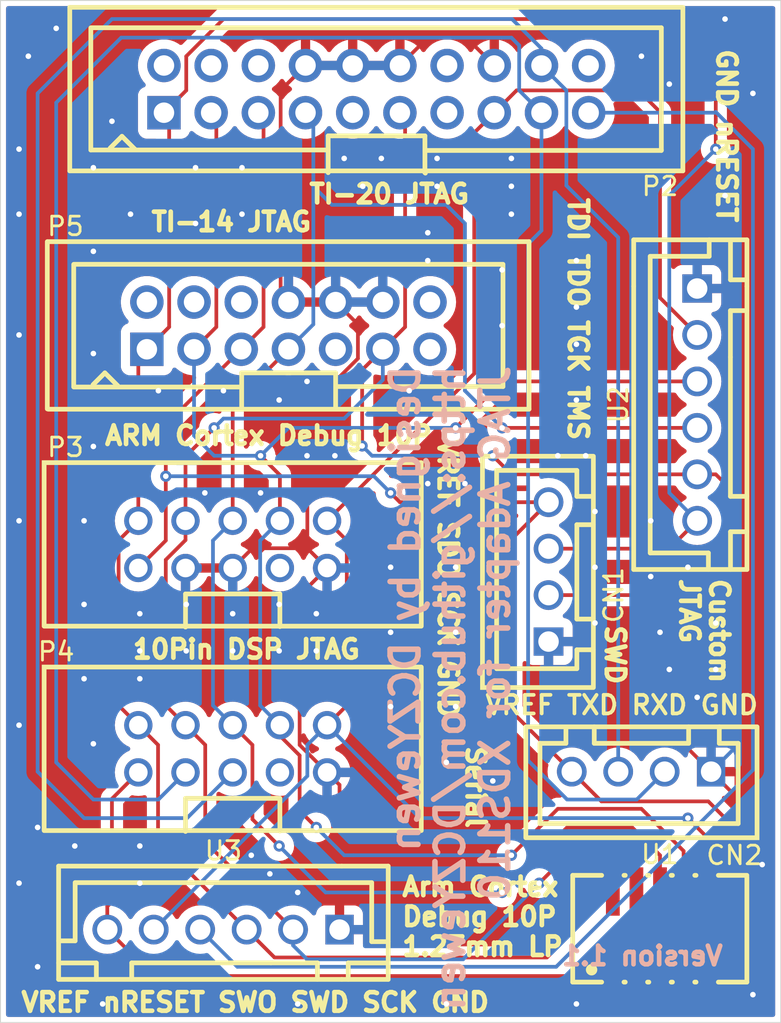
<source format=kicad_pcb>
(kicad_pcb (version 20240108) (generator "pcbnew") (generator_version "8.0")
  (layers (0 "F.Cu" signal) (31 "B.Cu" signal) (34 "B.Paste" user) (35 "F.Paste" user) (36 "B.SilkS" user "B.Silkscreen") (37 "F.SilkS" user "F.Silkscreen") (38 "B.Mask" user) (39 "F.Mask" user) (44 "Edge.Cuts" user))
  (net 0 "")
  (net 1 "VDD")
  (net 2 "/TCK")
  (net 3 "/TMS")
  (net 4 "GND")
  (net 5 "/RXD")
  (net 6 "/TXD")
  (net 7 "/TDI")
  (net 8 "/SWO")
  (net 9 "/TDO")
  (net 12 "/NRESET")
  (footprint "ProLibrary_pcs_2024-08-24-1:IDC-TH_14P-P2.54-V-R2-C7-S2.54" (layer "F.Cu") (at 31 32.5)
    (property "Reference" "P5" (at -12 -5.348 0) (layer "F.SilkS"))
    (property "Value" "~")
    (pad "1" thru_hole rect (at -7.62 1.27) (size 1.8 1.8) (drill 1.1) (layers "*.Cu" "*.Mask") (net 3 "/TMS"))
    (pad "2" thru_hole circle (at -7.62 -1.27) (size 1.8 1.8) (drill 1.1) (layers "*.Cu" "*.Mask"))
    (pad "3" thru_hole circle (at -5.08 1.27) (size 1.8 1.8) (drill 1.1) (layers "*.Cu" "*.Mask") (net 7 "/TDI"))
    (pad "4" thru_hole circle (at -5.08 -1.27) (size 1.8 1.8) (drill 1.1) (layers "*.Cu" "*.Mask"))
    (pad "5" thru_hole circle (at -2.54 1.27) (size 1.8 1.8) (drill 1.1) (layers "*.Cu" "*.Mask") (net 1 "VDD"))
    (pad "6" thru_hole circle (at -2.54 -1.27) (size 1.8 1.8) (drill 1.1) (layers "*.Cu" "*.Mask"))
    (pad "7" thru_hole circle (at 0 1.27) (size 1.8 1.8) (drill 1.1) (layers "*.Cu" "*.Mask") (net 9 "/TDO"))
    (pad "8" thru_hole circle (at 0 -1.27) (size 1.8 1.8) (drill 1.1) (layers "*.Cu" "*.Mask") (net 4 "GND"))
    (pad "9" thru_hole circle (at 2.54 1.27) (size 1.8 1.8) (drill 1.1) (layers "*.Cu" "*.Mask"))
    (pad "10" thru_hole circle (at 2.54 -1.27) (size 1.8 1.8) (drill 1.1) (layers "*.Cu" "*.Mask") (net 4 "GND"))
    (pad "11" thru_hole circle (at 5.08 1.27) (size 1.8 1.8) (drill 1.1) (layers "*.Cu" "*.Mask") (net 2 "/TCK"))
    (pad "12" thru_hole circle (at 5.08 -1.27) (size 1.8 1.8) (drill 1.1) (layers "*.Cu" "*.Mask") (net 4 "GND"))
    (pad "13" thru_hole circle (at 7.62 1.27) (size 1.8 1.8) (drill 1.1) (layers "*.Cu" "*.Mask"))
    (pad "14" thru_hole circle (at 7.62 -1.27) (size 1.8 1.8) (drill 1.1) (layers "*.Cu" "*.Mask"))
  )
  (footprint "ProLibrary_pcs_2024-08-24:IDC-TH_10P-P2.54_C5665" (layer "F.Cu") (at 28 55.27)
    (property "Reference" "P4" (at -9.5 -5.227 0) (layer "F.SilkS"))
    (property "Value" "~")
    (pad "1" thru_hole circle (at -5.08 1.27) (size 1.524 1.524) (drill 1) (layers "*.Cu" "*.Mask") (net 1 "VDD"))
    (pad "2" thru_hole circle (at -5.08 -1.27) (size 1.524 1.524) (drill 1) (layers "*.Cu" "*.Mask") (net 3 "/TMS"))
    (pad "3" thru_hole circle (at -2.54 1.27) (size 1.524 1.524) (drill 1) (layers "*.Cu" "*.Mask") (net 5 "/RXD"))
    (pad "4" thru_hole circle (at -2.54 -1.27) (size 1.524 1.524) (drill 1) (layers "*.Cu" "*.Mask") (net 2 "/TCK"))
    (pad "5" thru_hole circle (at 0 1.27) (size 1.524 1.524) (drill 1) (layers "*.Cu" "*.Mask") (net 6 "/TXD"))
    (pad "6" thru_hole circle (at 0 -1.27) (size 1.524 1.524) (drill 1) (layers "*.Cu" "*.Mask") (net 9 "/TDO"))
    (pad "7" thru_hole circle (at 2.54 1.27) (size 1.524 1.524) (drill 1) (layers "*.Cu" "*.Mask"))
    (pad "8" thru_hole circle (at 2.54 -1.27) (size 1.524 1.524) (drill 1) (layers "*.Cu" "*.Mask") (net 7 "/TDI"))
    (pad "9" thru_hole circle (at 5.08 1.27) (size 1.524 1.524) (drill 1) (layers "*.Cu" "*.Mask") (net 4 "GND"))
    (pad "10" thru_hole circle (at 5.08 -1.27) (size 1.524 1.524) (drill 1) (layers "*.Cu" "*.Mask") (net 12 "/NRESET"))
  )
  (footprint "ProLibrary_pcs_2024-08-23-1:CONN-TH_4P-P2.50_4PIN" (layer "F.Cu") (at 45 45.75 90)
    (property "Reference" "CN1" (at -1.25 3.5 90) (layer "F.SilkS"))
    (property "Value" "~")
    (pad "1" thru_hole rect (at -3.75 0 90) (size 1.524 1.6) (drill 1.1) (layers "*.Cu" "*.Mask") (net 4 "GND"))
    (pad "2" thru_hole circle (at -1.25 0 90) (size 1.6 1.6) (drill 1.1) (layers "*.Cu" "*.Mask") (net 2 "/TCK"))
    (pad "3" thru_hole circle (at 1.25 0 90) (size 1.6 1.6) (drill 1.1) (layers "*.Cu" "*.Mask") (net 3 "/TMS"))
    (pad "4" thru_hole circle (at 3.75 0 90) (size 1.6 1.6) (drill 1.1) (layers "*.Cu" "*.Mask") (net 1 "VDD"))
  )
  (footprint "ProLibrary_pcs_2024-08-24:IDC-TH_10P-P2.54_C5665" (layer "F.Cu") (at 28 44.27)
    (property "Reference" "P3" (at -9 -5.227 0) (layer "F.SilkS"))
    (property "Value" "~")
    (pad "1" thru_hole circle (at -5.08 1.27) (size 1.524 1.524) (drill 1) (layers "*.Cu" "*.Mask") (net 1 "VDD"))
    (pad "2" thru_hole circle (at -5.08 -1.27) (size 1.524 1.524) (drill 1) (layers "*.Cu" "*.Mask") (net 3 "/TMS"))
    (pad "3" thru_hole circle (at -2.54 1.27) (size 1.524 1.524) (drill 1) (layers "*.Cu" "*.Mask") (net 4 "GND"))
    (pad "4" thru_hole circle (at -2.54 -1.27) (size 1.524 1.524) (drill 1) (layers "*.Cu" "*.Mask") (net 2 "/TCK"))
    (pad "5" thru_hole circle (at 0 1.27) (size 1.524 1.524) (drill 1) (layers "*.Cu" "*.Mask") (net 4 "GND"))
    (pad "6" thru_hole circle (at 0 -1.27) (size 1.524 1.524) (drill 1) (layers "*.Cu" "*.Mask") (net 9 "/TDO"))
    (pad "7" thru_hole circle (at 2.54 1.27) (size 1.524 1.524) (drill 1) (layers "*.Cu" "*.Mask"))
    (pad "8" thru_hole circle (at 2.54 -1.27) (size 1.524 1.524) (drill 1) (layers "*.Cu" "*.Mask") (net 7 "/TDI"))
    (pad "9" thru_hole circle (at 5.08 1.27) (size 1.524 1.524) (drill 1) (layers "*.Cu" "*.Mask") (net 4 "GND"))
    (pad "10" thru_hole circle (at 5.08 -1.27) (size 1.524 1.524) (drill 1) (layers "*.Cu" "*.Mask") (net 12 "/NRESET"))
  )
  (footprint "ProLibrary_pcs_2024-08-23-4:IDC-TH_20P-P2.54-V-R2-C10-S2.54" (layer "F.Cu") (at 35.73 19.77)
    (property "Reference" "P2" (at 15.27 5.23 0) (layer "F.SilkS"))
    (property "Value" "~")
    (pad "1" thru_hole rect (at -11.43 1.27) (size 1.8 1.8) (drill 1.1) (layers "*.Cu" "*.Mask") (net 3 "/TMS"))
    (pad "2" thru_hole circle (at -11.43 -1.27) (size 1.8 1.8) (drill 1.1) (layers "*.Cu" "*.Mask"))
    (pad "3" thru_hole circle (at -8.89 1.27) (size 1.8 1.8) (drill 1.1) (layers "*.Cu" "*.Mask") (net 7 "/TDI"))
    (pad "4" thru_hole circle (at -8.89 -1.27) (size 1.8 1.8) (drill 1.1) (layers "*.Cu" "*.Mask"))
    (pad "5" thru_hole circle (at -6.35 1.27) (size 1.8 1.8) (drill 1.1) (layers "*.Cu" "*.Mask") (net 1 "VDD"))
    (pad "6" thru_hole circle (at -6.35 -1.27) (size 1.8 1.8) (drill 1.1) (layers "*.Cu" "*.Mask"))
    (pad "7" thru_hole circle (at -3.81 1.27) (size 1.8 1.8) (drill 1.1) (layers "*.Cu" "*.Mask") (net 9 "/TDO"))
    (pad "8" thru_hole circle (at -3.81 -1.27) (size 1.8 1.8) (drill 1.1) (layers "*.Cu" "*.Mask") (net 4 "GND"))
    (pad "9" thru_hole circle (at -1.27 1.27) (size 1.8 1.8) (drill 1.1) (layers "*.Cu" "*.Mask"))
    (pad "10" thru_hole circle (at -1.27 -1.27) (size 1.8 1.8) (drill 1.1) (layers "*.Cu" "*.Mask") (net 4 "GND"))
    (pad "11" thru_hole circle (at 1.27 1.27) (size 1.8 1.8) (drill 1.1) (layers "*.Cu" "*.Mask") (net 2 "/TCK"))
    (pad "12" thru_hole circle (at 1.27 -1.27) (size 1.8 1.8) (drill 1.1) (layers "*.Cu" "*.Mask") (net 4 "GND"))
    (pad "13" thru_hole circle (at 3.81 1.27) (size 1.8 1.8) (drill 1.1) (layers "*.Cu" "*.Mask"))
    (pad "14" thru_hole circle (at 3.81 -1.27) (size 1.8 1.8) (drill 1.1) (layers "*.Cu" "*.Mask"))
    (pad "15" thru_hole circle (at 6.35 1.27) (size 1.8 1.8) (drill 1.1) (layers "*.Cu" "*.Mask") (net 12 "/NRESET"))
    (pad "16" thru_hole circle (at 6.35 -1.27) (size 1.8 1.8) (drill 1.1) (layers "*.Cu" "*.Mask") (net 4 "GND"))
    (pad "17" thru_hole circle (at 8.89 1.27) (size 1.8 1.8) (drill 1.1) (layers "*.Cu" "*.Mask") (net 5 "/RXD"))
    (pad "18" thru_hole circle (at 8.89 -1.27) (size 1.8 1.8) (drill 1.1) (layers "*.Cu" "*.Mask") (net 6 "/TXD"))
    (pad "19" thru_hole circle (at 11.43 1.27) (size 1.8 1.8) (drill 1.1) (layers "*.Cu" "*.Mask") (net 8 "/SWO"))
    (pad "20" thru_hole circle (at 11.43 -1.27) (size 1.8 1.8) (drill 1.1) (layers "*.Cu" "*.Mask"))
  )
  (footprint "ProLibrary_pcs_2024-08-23-1:CONN-TH_4P-P2.50_4PIN" (layer "F.Cu") (at 50 56.5 180)
    (property "Reference" "CN2" (at -5 -4.5 0) (layer "F.SilkS"))
    (property "Value" "~")
    (pad "1" thru_hole rect (at -3.75 0 180) (size 1.524 1.6) (drill 1.1) (layers "*.Cu" "*.Mask") (net 4 "GND"))
    (pad "2" thru_hole circle (at -1.25 0 180) (size 1.6 1.6) (drill 1.1) (layers "*.Cu" "*.Mask") (net 5 "/RXD"))
    (pad "3" thru_hole circle (at 1.25 0 180) (size 1.6 1.6) (drill 1.1) (layers "*.Cu" "*.Mask") (net 6 "/TXD"))
    (pad "4" thru_hole circle (at 3.75 0 180) (size 1.6 1.6) (drill 1.1) (layers "*.Cu" "*.Mask") (net 1 "VDD"))
  )
  (footprint "ProLibrary_pcs_2024-08-23-2:CONN-TH_6P-P2.50_ZX-XH2.54-6PZZ" (layer "F.Cu") (at 53 36.7505 90)
    (property "Reference" "U2" (at 0.0005 -4.244 90) (layer "F.SilkS"))
    (property "Value" "~")
    (pad "1" thru_hole rect (at 6.2505 0 90) (size 1.524 1.6) (drill 1.1) (layers "*.Cu" "*.Mask") (net 4 "GND"))
    (pad "2" thru_hole circle (at 3.75 0 90) (size 1.6 1.6) (drill 1.1) (layers "*.Cu" "*.Mask") (net 12 "/NRESET"))
    (pad "3" thru_hole circle (at 1.2505 0 90) (size 1.6 1.6) (drill 1.1) (layers "*.Cu" "*.Mask") (net 7 "/TDI"))
    (pad "4" thru_hole circle (at -1.25 0 90) (size 1.6 1.6) (drill 1.1) (layers "*.Cu" "*.Mask") (net 9 "/TDO"))
    (pad "5" thru_hole circle (at -3.75 0 90) (size 1.6 1.6) (drill 1.1) (layers "*.Cu" "*.Mask") (net 2 "/TCK"))
    (pad "6" thru_hole circle (at -6.25 0 90) (size 1.6 1.6) (drill 1.1) (layers "*.Cu" "*.Mask") (net 3 "/TMS"))
  )
  (footprint "ProLibrary_pcs_2024-08-23:CONN-SMD_5P-P1.27_IDC1.27-US2S-5A" (layer "F.Cu") (at 51 65)
    (property "Reference" "U1" (at -0.012 -4.05 0) (layer "F.SilkS"))
    (property "Value" "~")
    (pad "1" smd rect (at -2.54 2.05) (size 0.74 2.6) (layers "F.Cu" "F.Paste" "F.Mask") (net 1 "VDD"))
    (pad "2" smd rect (at -2.54 -2.05) (size 0.74 2.6) (layers "F.Cu" "F.Paste" "F.Mask") (net 3 "/TMS"))
    (pad "3" smd rect (at -1.27 2.05) (size 0.74 2.6) (layers "F.Cu" "F.Paste" "F.Mask") (net 4 "GND"))
    (pad "4" smd rect (at -1.27 -2.05) (size 0.74 2.6) (layers "F.Cu" "F.Paste" "F.Mask") (net 2 "/TCK"))
    (pad "5" smd rect (at 0 2.05) (size 0.74 2.6) (layers "F.Cu" "F.Paste" "F.Mask") (net 4 "GND"))
    (pad "6" smd rect (at 0 -2.05) (size 0.74 2.6) (layers "F.Cu" "F.Paste" "F.Mask") (net 9 "/TDO"))
    (pad "7" smd rect (at 1.27 2.05) (size 0.74 2.6) (layers "F.Cu" "F.Paste" "F.Mask"))
    (pad "8" smd rect (at 1.27 -2.05) (size 0.74 2.6) (layers "F.Cu" "F.Paste" "F.Mask") (net 7 "/TDI"))
    (pad "9" smd rect (at 2.54 2.05) (size 0.74 2.6) (layers "F.Cu" "F.Paste" "F.Mask") (net 4 "GND"))
    (pad "10" smd rect (at 2.54 -2.05) (size 0.74 2.6) (layers "F.Cu" "F.Paste" "F.Mask") (net 12 "/NRESET"))
  )
  (footprint "ProLibrary_pcs_2024-08-23-2:CONN-TH_6P-P2.50_ZX-XH2.54-6PZZ" (layer "F.Cu") (at 27.5 65)
    (property "Reference" "U3" (at 0.0005 -4.244 0) (layer "F.SilkS"))
    (property "Value" "~")
    (pad "1" thru_hole rect (at 6.2505 0) (size 1.524 1.6) (drill 1.1) (layers "*.Cu" "*.Mask") (net 4 "GND"))
    (pad "2" thru_hole circle (at 3.75 0) (size 1.6 1.6) (drill 1.1) (layers "*.Cu" "*.Mask") (net 2 "/TCK"))
    (pad "3" thru_hole circle (at 1.2505 0) (size 1.6 1.6) (drill 1.1) (layers "*.Cu" "*.Mask") (net 3 "/TMS"))
    (pad "4" thru_hole circle (at -1.25 0) (size 1.6 1.6) (drill 1.1) (layers "*.Cu" "*.Mask") (net 8 "/SWO"))
    (pad "5" thru_hole circle (at -3.75 0) (size 1.6 1.6) (drill 1.1) (layers "*.Cu" "*.Mask") (net 12 "/NRESET"))
    (pad "6" thru_hole circle (at -6.25 0) (size 1.6 1.6) (drill 1.1) (layers "*.Cu" "*.Mask") (net 1 "VDD"))
  )
  (gr_rect (start 15.5 15) (end 57.5 70) (stroke (width 0.05)) (fill none) (layer "Edge.Cuts"))
  (gr_text "Version 1.1" (at 54.5 67 0) (layer "B.SilkS") (effects (font (size 1 1) (thickness 0.25) (bold yes)) (justify left bottom mirror)))
  (gr_text "Designed by DCZYewen\nhttps://github.com/DCZYewen\nJTAG Adapter for XDS110" (at 43 34.5 90) (layer "B.SilkS") (effects (font (size 1.5 1.5) (thickness 0.3) (bold yes)) (justify left bottom mirror)))
  (gr_text "GND nRESET" (at 54 17.5 -90) (layer "F.SilkS") (effects (font (size 1 1) (thickness 0.25) (bold yes)) (justify left bottom)))
  (gr_text "TDI TDO TCK TMS" (at 46 25.5 -90) (layer "F.SilkS") (effects (font (size 1 1) (thickness 0.25) (bold yes)) (justify left bottom)))
  (gr_text "10Pin DSP JTAG" (at 22.5 50.5 0) (layer "F.SilkS") (effects (font (size 1 1) (thickness 0.25) (bold yes)) (justify left bottom)))
  (gr_text "VREF SDO SCK GND" (at 39 38.5 -90) (layer "F.SilkS") (effects (font (size 1 1) (thickness 0.25) (bold yes)) (justify left bottom)))
  (gr_text "TI-20 JTAG" (at 32 26 0) (layer "F.SilkS") (effects (font (size 1 1) (thickness 0.25) (bold yes)) (justify left bottom)))
  (gr_text "ARM Cortex Debug 10P\n" (at 21 39 0) (layer "F.SilkS") (effects (font (size 1 1) (thickness 0.25) (bold yes)) (justify left bottom)))
  (gr_text "Serial" (at 40.5 55 -90) (layer "F.SilkS") (effects (font (size 1 1) (thickness 0.25) (bold yes)) (justify left bottom)))
  (gr_text "SWD" (at 48 48.5 270) (layer "F.SilkS") (effects (font (size 1 1) (thickness 0.25) (bold yes)) (justify left bottom)))
  (gr_text "Custom\nJTAG" (at 52 46 270) (layer "F.SilkS") (effects (font (size 1 1) (thickness 0.25) (bold yes)) (justify left bottom)))
  (gr_text "VREF nRESET SWO SWD SCK GND" (at 16.5 69.5 0) (layer "F.SilkS") (effects (font (size 1 1) (thickness 0.25) (bold yes)) (justify left bottom)))
  (gr_text "Arm Cortex\nDebug 10P\n1.27mm LP" (at 37 66.5 0) (layer "F.SilkS") (effects (font (size 1 1) (thickness 0.25) (bold yes)) (justify left bottom)))
  (gr_text "VREF TXD RXD GND" (at 41.5 53.5 0) (layer "F.SilkS") (effects (font (size 1 1) (thickness 0.2) (bold yes)) (justify left bottom)))
  (gr_text "TI-14 JTAG" (at 23.5 27.5 0) (layer "F.SilkS") (effects (font (size 1 1) (thickness 0.25) (bold yes)) (justify left bottom)))
  (segment (start 54 65) (end 49 65) (width 0.2) (layer "F.Cu") (net 1))
  (segment (start 24.398 37.832) (end 28.46 33.77) (width 0.2) (layer "F.Cu") (net 1))
  (segment (start 29.66 21.32) (end 29.66 32.57) (width 0.2) (layer "F.Cu") (net 1))
  (segment (start 45 42) (end 37 42) (width 0.2) (layer "F.Cu") (net 1))
  (segment (start 48.46 67.05) (end 48.01 67.5) (width 0.2) (layer "F.Cu") (net 1))
  (segment (start 54.5 64.5) (end 54 65) (width 0.2) (layer "F.Cu") (net 1))
  (segment (start 23.75 67.5) (end 21.25 65) (width 0.2) (layer "F.Cu") (net 1))
  (segment (start 48.46 65.54) (end 48.46 67.05) (width 0.2) (layer "F.Cu") (net 1))
  (segment (start 53.6 58.1) (end 54.5 59) (width 0.2) (layer "F.Cu") (net 1))
  (segment (start 24.398 40.602) (end 24.398 44.062) (width 0.2) (layer "F.Cu") (net 1))
  (segment (start 21.5 57.96) (end 21.5 63.5) (width 0.2) (layer "F.Cu") (net 1))
  (segment (start 24.398 44.062) (end 22.92 45.54) (width 0.2) (layer "F.Cu") (net 1))
  (segment (start 43 53.25) (end 43 44) (width 0.2) (layer "F.Cu") (net 1))
  (segment (start 24.398 40.602) (end 24.398 37.832) (width 0.2) (layer "F.Cu") (net 1))
  (segment (start 43 44) (end 45 42) (width 0.2) (layer "F.Cu") (net 1))
  (segment (start 37 42) (end 36.5 41.5) (width 0.2) (layer "F.Cu") (net 1))
  (segment (start 21.5 63.5) (end 21.25 63.75) (width 0.2) (layer "F.Cu") (net 1))
  (segment (start 48.01 67.5) (end 23.75 67.5) (width 0.2) (layer "F.Cu") (net 1))
  (segment (start 47.85 58.1) (end 53.6 58.1) (width 0.2) (layer "F.Cu") (net 1))
  (segment (start 46.25 56.5) (end 47.85 58.1) (width 0.2) (layer "F.Cu") (net 1))
  (segment (start 22.92 56.54) (end 21.5 57.96) (width 0.2) (layer "F.Cu") (net 1))
  (segment (start 46.25 56.5) (end 43 53.25) (width 0.2) (layer "F.Cu") (net 1))
  (segment (start 49 65) (end 48.46 65.54) (width 0.2) (layer "F.Cu") (net 1))
  (segment (start 54.5 59) (end 54.5 64.5) (width 0.2) (layer "F.Cu") (net 1))
  (segment (start 21.25 63.75) (end 21.25 65) (width 0.2) (layer "F.Cu") (net 1))
  (segment (start 29.38 21.04) (end 29.66 21.32) (width 0.2) (layer "F.Cu") (net 1))
  (segment (start 29.66 32.57) (end 28.46 33.77) (width 0.2) (layer "F.Cu") (net 1))
  (via (at 24.398 40.602) (size 0.6) (drill 0.3) (layers "F.Cu" "B.Cu") (net 1))
  (via (at 36.5 41.5) (size 0.6) (drill 0.3) (layers "F.Cu" "B.Cu") (net 1))
  (segment (start 36.5 41.5) (end 35.602 40.602) (width 0.2) (layer "B.Cu") (net 1))
  (segment (start 35.602 40.602) (end 24.398 40.602) (width 0.2) (layer "B.Cu") (net 1))
  (segment (start 24.398 52.938) (end 24.398 45.100105) (width 0.2) (layer "F.Cu") (net 2))
  (segment (start 45 47) (end 52.5 47) (width 0.2) (layer "F.Cu") (net 2))
  (segment (start 54.5 45) (end 54.5 41) (width 0.2) (layer "F.Cu") (net 2))
  (segment (start 42 39.5) (end 42.25 39.75) (width 0.2) (layer "F.Cu") (net 2))
  (segment (start 46.5 60.5) (end 44.5 62.5) (width 0.2) (layer "F.Cu") (net 2))
  (segment (start 49.73 62.95) (end 49.73 61.23) (width 0.2) (layer "F.Cu") (net 2))
  (segment (start 52.5 47) (end 54.5 45) (width 0.2) (layer "F.Cu") (net 2))
  (segment (start 53 40.5005) (end 43.0005 40.5005) (width 0.2) (layer "F.Cu") (net 2))
  (segment (start 43.0005 40.5005) (end 42 39.5) (width 0.2) (layer "F.Cu") (net 2))
  (segment (start 27 38) (end 25.46 39.54) (width 0.2) (layer "F.Cu") (net 2))
  (segment (start 37.28 21.32) (end 37 21.04) (width 0.2) (layer "F.Cu") (net 2))
  (segment (start 34.967231 38.97197) (end 34.967231 34.882769) (width 0.2) (layer "F.Cu") (net 2))
  (segment (start 25.46 54) (end 24.398 52.938) (width 0.2) (layer "F.Cu") (net 2))
  (segment (start 49.73 61.23) (end 49.5 61) (width 0.2) (layer "F.Cu") (net 2))
  (segment (start 49.5 61) (end 49 60.5) (width 0.2) (layer "F.Cu") (net 2))
  (segment (start 25.46 44.038105) (end 25.46 43) (width 0.2) (layer "F.Cu") (net 2))
  (segment (start 36.08 33.77) (end 37.28 32.57) (width 0.2) (layer "F.Cu") (net 2))
  (segment (start 31.25 65) (end 26.522 60.272) (width 0.2) (layer "F.Cu") (net 2))
  (segment (start 24.398 45.100105) (end 25.46 44.038105) (width 0.2) (layer "F.Cu") (net 2))
  (segment (start 54.0005 40.5005) (end 53 40.5005) (width 0.2) (layer "F.Cu") (net 2))
  (segment (start 37.28 32.57) (end 37.28 21.32) (width 0.2) (layer "F.Cu") (net 2))
  (segment (start 26.522 60.272) (end 26.522 55.062) (width 0.2) (layer "F.Cu") (net 2))
  (segment (start 49 60.5) (end 46.5 60.5) (width 0.2) (layer "F.Cu") (net 2))
  (segment (start 25.46 39.54) (end 25.46 43) (width 0.2) (layer "F.Cu") (net 2))
  (segment (start 54.5 41) (end 54.0005 40.5005) (width 0.2) (layer "F.Cu") (net 2))
  (segment (start 26.522 55.062) (end 25.46 54) (width 0.2) (layer "F.Cu") (net 2))
  (segment (start 34.967231 34.882769) (end 36.08 33.77) (width 0.2) (layer "F.Cu") (net 2))
  (via (at 34.967231 38.97197) (size 0.6) (drill 0.3) (layers "F.Cu" "B.Cu") (net 2))
  (via (at 42 39.5) (size 0.6) (drill 0.3) (layers "F.Cu" "B.Cu") (net 2))
  (via (at 44.5 62.5) (size 0.6) (drill 0.3) (layers "F.Cu" "B.Cu") (net 2))
  (via (at 27 38) (size 0.6) (drill 0.3) (layers "F.Cu" "B.Cu") (net 2))
  (segment (start 36.08 35.42) (end 36.08 33.77) (width 0.2) (layer "B.Cu") (net 2))
  (segment (start 27 38) (end 27.5 37.5) (width 0.2) (layer "B.Cu") (net 2))
  (segment (start 42 39.5) (end 35.5 39.5) (width 0.2) (layer "B.Cu") (net 2))
  (segment (start 32 66.6) (end 31.25 65.85) (width 0.2) (layer "B.Cu") (net 2))
  (segment (start 31.25 65.85) (end 31.25 65) (width 0.2) (layer "B.Cu") (net 2))
  (segment (start 35.5 39.5) (end 35 39) (width 0.2) (layer "B.Cu") (net 2))
  (segment (start 34 37.5) (end 36.08 35.42) (width 0.2) (layer "B.Cu") (net 2))
  (segment (start 27.5 37.5) (end 34 37.5) (width 0.2) (layer "B.Cu") (net 2))
  (segment (start 44.5 62.5) (end 40.4 66.6) (width 0.2) (layer "B.Cu") (net 2))
  (segment (start 40.4 66.6) (end 32 66.6) (width 0.2) (layer "B.Cu") (net 2))
  (segment (start 22.92 34.23) (end 23.38 33.77) (width 0.2) (layer "F.Cu") (net 3))
  (segment (start 54 19) (end 51 16) (width 0.2) (layer "F.Cu") (net 3))
  (segment (start 22.92 43) (end 22.92 34.23) (width 0.2) (layer "F.Cu") (net 3))
  (segment (start 27.502943 16) (end 25.5 18.002943) (width 0.2) (layer "F.Cu") (net 3))
  (segment (start 54 23) (end 54 19) (width 0.2) (layer "F.Cu") (net 3))
  (segment (start 24.5 21) (end 24.58 21.08) (width 0.2) (layer "F.Cu") (net 3))
  (segment (start 24.58 21.08) (end 24.58 32.57) (width 0.2) (layer "F.Cu") (net 3))
  (segment (start 24.46 21.04) (end 24.5 21) (width 0.2) (layer "F.Cu") (net 3))
  (segment (start 51.5005 44.5) (end 53 43.0005) (width 0.2) (layer "F.Cu") (net 3))
  (segment (start 48.46 62.95) (end 44.91 66.5) (width 0.2) (layer "F.Cu") (net 3))
  (segment (start 21.858 44.062) (end 22.92 43) (width 0.2) (layer "F.Cu") (net 3))
  (segment (start 30.2505 66.5) (end 28.7505 65) (width 0.2) (layer "F.Cu") (net 3))
  (segment (start 45 44.5) (end 51.5005 44.5) (width 0.2) (layer "F.Cu") (net 3))
  (segment (start 21.858 52.938) (end 21.858 44.062) (width 0.2) (layer "F.Cu") (net 3))
  (segment (start 23.982 55.062) (end 22.92 54) (width 0.2) (layer "F.Cu") (net 3))
  (segment (start 25.5 19.84) (end 24.3 21.04) (width 0.2) (layer "F.Cu") (net 3))
  (segment (start 51 16) (end 27.502943 16) (width 0.2) (layer "F.Cu") (net 3))
  (segment (start 22.92 54) (end 21.858 52.938) (width 0.2) (layer "F.Cu") (net 3))
  (segment (start 24.58 32.57) (end 23.38 33.77) (width 0.2) (layer "F.Cu") (net 3))
  (segment (start 25.5 18.002943) (end 25.5 19.84) (width 0.2) (layer "F.Cu") (net 3))
  (segment (start 28.7505 65) (end 23.982 60.2315) (width 0.2) (layer "F.Cu") (net 3))
  (segment (start 44.91 66.5) (end 30.2505 66.5) (width 0.2) (layer "F.Cu") (net 3))
  (segment (start 23.982 60.2315) (end 23.982 55.062) (width 0.2) (layer "F.Cu") (net 3))
  (segment (start 24.3 21.04) (end 24.46 21.04) (width 0.2) (layer "F.Cu") (net 3))
  (via (at 54 23) (size 0.6) (drill 0.3) (layers "F.Cu" "B.Cu") (net 3))
  (segment (start 51.9 41.9) (end 51.5 41.5) (width 0.2) (layer "B.Cu") (net 3))
  (segment (start 51.9 41.9005) (end 51.9 41.9) (width 0.2) (layer "B.Cu") (net 3))
  (segment (start 51.5 25.5) (end 54 23) (width 0.2) (layer "B.Cu") (net 3))
  (segment (start 53 43.0005) (end 51.9 41.9005) (width 0.2) (layer "B.Cu") (net 3))
  (segment (start 51.5 41.5) (end 51.5 25.5) (width 0.2) (layer "B.Cu") (net 3))
  (segment (start 53 69) (end 51.5 69) (width 0.2) (layer "F.Cu") (net 4))
  (segment (start 53 19.5) (end 50.5 17) (width 0.2) (layer "F.Cu") (net 4))
  (segment (start 31.602 55.062) (end 31.602 47.018) (width 0.2) (layer "F.Cu") (net 4))
  (segment (start 29.062 44.478) (end 28 45.54) (width 0.2) (layer "F.Cu") (net 4))
  (segment (start 33.5 31) (end 33.27 31.23) (width 0.2) (layer "F.Cu") (net 4))
  (segment (start 32.018 44.478) (end 29.062 44.478) (width 0.2) (layer "F.Cu") (net 4))
  (segment (start 53.75 56.5) (end 46.75 49.5) (width 0.2) (layer "F.Cu") (net 4))
  (segment (start 32.018 39.482) (end 32.018 36.989057) (width 0.2) (layer "F.Cu") (net 4))
  (segment (start 32.018 36.989057) (end 34.74 34.267057) (width 0.2) (layer "F.Cu") (net 4))
  (segment (start 30.58 19.84) (end 31.92 18.5) (width 0.2) (layer "F.Cu") (net 4))
  (segment (start 33.7505 65) (end 33.7505 57.2105) (width 0.2) (layer "F.Cu") (net 4))
  (segment (start 53.54 67.05) (end 55 65.59) (width 0.2) (layer "F.Cu") (net 4))
  (segment (start 38.5 17) (end 37 18.5) (width 0.2) (layer "F.Cu") (net 4))
  (segment (start 42.08 18.5) (end 40.58 17) (width 0.2) (layer "F.Cu") (net 4))
  (segment (start 33.08 45.54) (end 32.52 44.98) (width 0.2) (layer "F.Cu") (net 4))
  (segment (start 34.74 32.43) (end 33.54 31.23) (width 0.2) (layer "F.Cu") (net 4))
  (segment (start 30.58 30.81) (end 30.58 19.84) (width 0.2) (layer "F.Cu") (net 4))
  (segment (start 33.54 31.23) (end 36.08 31.23) (width 0.2) (layer "F.Cu") (net 4))
  (segment (start 32.018 44.478) (end 32.018 39.518) (width 0.2) (layer "F.Cu") (net 4))
  (segment (start 33.08 56.54) (end 31.602 55.062) (width 0.2) (layer "F.Cu") (net 4))
  (segment (start 32.52 44.98) (end 32.018 44.478) (width 0.2) (layer "F.Cu") (net 4))
  (segment (start 51.5 69) (end 51 68.5) (width 0.2) (layer "F.Cu") (net 4))
  (segment (start 32 39.5) (end 32.018 39.482) (width 0.2) (layer "F.Cu") (net 4))
  (segment (start 53 25) (end 53 19.5) (width 0.2) (layer "F.Cu") (net 4))
  (segment (start 33.54 31.04) (end 33.5 31) (width 0.2) (layer "F.Cu") (net 4))
  (segment (start 50.5 17) (end 40.58 17) (width 0.2) (layer "F.Cu") (net 4))
  (segment (start 53.54 67.05) (end 53.54 68.46) (width 0.2) (layer "F.Cu") (net 4))
  (segment (start 32.018 39.518) (end 32 39.5) (width 0.2) (layer "F.Cu") (net 4))
  (segment (start 28 45.54) (end 25.46 45.54) (width 0.2) (layer "F.Cu") (net 4))
  (segment (start 31.602 47.018) (end 33.08 45.54) (width 0.2) (layer "F.Cu") (net 4))
  (segment (start 53.5 25.5) (end 53 25) (width 0.2) (layer "F.Cu") (net 4))
  (segment (start 46.75 49.5) (end 45 49.5) (width 0.2) (layer "F.Cu") (net 4))
  (segment (start 33.54 31.23) (end 33.54 31.04) (width 0.2) (layer "F.Cu") (net 4))
  (segment (start 33.27 31.23) (end 31 31.23) (width 0.2) (layer "F.Cu") (net 4))
  (segment (start 54.5 25.5) (end 53.5 25.5) (width 0.2) (layer "F.Cu") (net 4))
  (segment (start 33.7505 57.2105) (end 33.08 56.54) (width 0.2) (layer "F.Cu") (net 4))
  (segment (start 53.54 68.46) (end 53 69) (width 0.2) (layer "F.Cu") (net 4))
  (segment (start 51 67.05) (end 49.73 67.05) (width 0.2) (layer "F.Cu") (net 4))
  (segment (start 53 30.5) (end 53 25) (width 0.2) (layer "F.Cu") (net 4))
  (segment (start 37 18.5) (end 34.46 18.5) (width 0.2) (layer "F.Cu") (net 4))
  (segment (start 31 31.23) (end 30.58 30.81) (width 0.2) (layer "F.Cu") (net 4))
  (segment (start 31.92 18.5) (end 34.46 18.5) (width 0.2) (layer "F.Cu") (net 4))
  (segment (start 40.58 17) (end 38.5 17) (width 0.2) (layer "F.Cu") (net 4))
  (segment (start 55 57.75) (end 53.75 56.5) (width 0.2) (layer "F.Cu") (net 4))
  (segment (start 34.74 34.267057) (end 34.74 32.43) (width 0.2) (layer "F.Cu") (net 4))
  (segment (start 51 68.5) (end 51 67.05) (width 0.2) (layer "F.Cu") (net 4))
  (segment (start 55 65.59) (end 55 57.75) (width 0.2) (layer "F.Cu") (net 4))
  (via (at 17.5 67) (size 0.6) (drill 0.3) (layers "F.Cu" "B.Cu") (net 4))
  (via (at 47.5 45.5) (size 0.6) (drill 0.3) (layers "F.Cu" "B.Cu") (net 4))
  (via (at 16.5 62.5) (size 0.6) (drill 0.3) (layers "F.Cu" "B.Cu") (net 4))
  (via (at 42.5 29.5) (size 0.6) (drill 0.3) (layers "F.Cu" "B.Cu") (net 4))
  (via (at 47.5 42.5) (size 0.6) (drill 0.3) (layers "F.Cu" "B.Cu") (net 4))
  (via (at 28.5 24) (size 0.6) (drill 0.3) (layers "F.Cu" "B.Cu") (net 4))
  (via (at 20.5 34) (size 0.6) (drill 0.3) (layers "F.Cu" "B.Cu") (net 4))
  (via (at 18.5 16.5) (size 0.6) (drill 0.3) (layers "F.Cu" "B.Cu") (net 4))
  (via (at 43 26.5) (size 0.6) (drill 0.3) (layers "F.Cu" "B.Cu") (net 4))
  (via (at 46.5 31.5) (size 0.6) (drill 0.3) (layers "F.Cu" "B.Cu") (net 4))
  (via (at 29 61) (size 0.6) (drill 0.3) (layers "F.Cu" "B.Cu") (net 4))
  (via (at 42 57) (size 0.6) (drill 0.3) (layers "F.Cu" "B.Cu") (net 4))
  (via (at 51.5 51) (size 0.6) (drill 0.3) (layers "F.Cu" "B.Cu") (net 4))
  (via (at 39.5 69) (size 0.6) (drill 0.3) (layers "F.Cu" "B.Cu") (net 4))
  (via (at 54.5 25.5) (size 0.6) (drill 0.3) (layers "F.Cu" "B.Cu") (net 4))
  (via (at 36.5 49) (size 0.6) (drill 0.3) (layers "F.Cu" "B.Cu") (net 4))
  (via (at 30.5 36.5) (size 0.6) (drill 0.3) (layers "F.Cu" "B.Cu") (net 4))
  (via (at 23 50) (size 0.6) (drill 0.3) (layers "F.Cu" "B.Cu") (net 4))
  (via (at 47 39.5) (size 0.6) (drill 0.3) (layers "F.Cu" "B.Cu") (net 4))
  (via (at 16.5 23) (size 0.6) (drill 0.3) (layers "F.Cu" "B.Cu") (net 4))
  (via (at 26.5 41.5) (size 0.6) (drill 0.3) (layers "F.Cu" "B.Cu") (net 4))
  (via (at 32.5 50) (size 0.6) (drill 0.3) (layers "F.Cu" "B.Cu") (net 4))
  (via (at 51 49) (size 0.6) (drill 0.3) (layers "F.Cu" "B.Cu") (net 4))
  (via (at 36.5 45.5) (size 0.6) (drill 0.3) (layers "F.Cu" "B.Cu") (net 4))
  (via (at 40 53) (size 0.6) (drill 0.3) (layers "F.Cu" "B.Cu") (net 4))
  (via (at 39.5 56) (size 0.6) (drill 0.3) (layers "F.Cu" "B.Cu") (net 4))
  (via (at 40 49) (size 0.6) (drill 0.3) (layers "F.Cu" "B.Cu") (net 4))
  (via (at 51.5 19.5) (size 0.6) (drill 0.3) (layers "F.Cu" "B.Cu") (net 4))
  (via (at 29.5 41.5) (size 0.6) (drill 0.3) (layers "F.Cu" "B.Cu") (net 4))
  (via (at 16.5 26.5) (size 0.6) (drill 0.3) (layers "F.Cu" "B.Cu") (net 4))
  (via (at 40.5 41) (size 0.6) (drill 0.3) (layers "F.Cu" "B.Cu") (net 4))
  (via (at 47.5 48.5) (size 0.6) (drill 0.3) (layers "F.Cu" "B.Cu") (net 4))
  (via (at 50.5 43) (size 0.6) (drill 0.3) (layers "F.Cu" "B.Cu") (net 4))
  (via (at 16.5 54) (size 0.6) (drill 0.3) (layers "F.Cu" "B.Cu") (net 4))
  (via (at 17.5 59.5) (size 0.6) (drill 0.3) (layers "F.Cu" "B.Cu") (net 4))
  (via (at 56 20) (size 0.6) (drill 0.3) (layers "F.Cu" "B.Cu") (net 4))
  (via (at 20 47.5) (size 0.6) (drill 0.3) (layers "F.Cu" "B.Cu") (net 4))
  (via (at 39 25) (size 0.6) (drill 0.3) (layers "F.Cu" "B.Cu") (net 4))
  (via (at 50 18) (size 0.6) (drill 0.3) (layers "F.Cu" "B.Cu") (net 4))
  (via (at 30.5 50) (size 0.6) (drill 0.3) (layers "F.Cu" "B.Cu") (net 4))
  (via (at 36 23.5) (size 0.6) (drill 0.3) (layers "F.Cu" "B.Cu") (net 4))
  (via (at 38.5 27.5) (size 0.6) (drill 0.3) (layers "F.Cu" "B.Cu") (net 4))
  (via (at 54 51) (size 0.6) (drill 0.3) (layers "F.Cu" "B.Cu") (net 4))
  (via (at 32.5 48) (size 0.6) (drill 0.3) (layers "F.Cu" "B.Cu") (net 4))
  (via (at 45.5 39.5) (size 0.6) (drill 0.3) (layers "F.Cu" "B.Cu") (net 4))
  (via (at 53 52.5) (size 0.6) (drill 0.3) (layers "F.Cu" "B.Cu") (net 4))
  (via (at 30.5 47.5) (size 0.6) (drill 0.3) (layers "F.Cu" "B.Cu") (net 4))
  (via (at 23 51.5) (size 0.6) (drill 0.3) (layers "F.Cu" "B.Cu") (net 4))
  (via (at 16.5 33) (size 0.6) (drill 0.3) (layers "F.Cu" "B.Cu") (net 4))
  (via (at 43 25) (size 0.6) (drill 0.3) (layers "F.Cu" "B.Cu") (net 4))
  (via (at 19.5 60.5) (size 0.6) (drill 0.3) (layers "F.Cu" "B.Cu") (net 4))
  (via (at 31.5 69) (size 0.6) (drill 0.3) (layers "F.Cu" "B.Cu") (net 4))
  (via (at 37.5 36) (size 0.6) (drill 0.3) (layers "F.Cu" "B.Cu") (net 4))
  (via (at 24 36) (size 0.6) (drill 0.3) (layers "F.Cu" "B.Cu") (net 4))
  (via (at 20.5 39) (size 0.6) (drill 0.3) (layers "F.Cu" "B.Cu") (net 4))
  (via (at 46.5 36.5) (size 0.6) (drill 0.3) (layers "F.Cu" "B.Cu") (net 4))
  (via (at 36.5 53) (size 0.6) (drill 0.3) (layers "F.Cu" "B.Cu") (net 4))
  (via (at 46.5 29) (size 0.6) (drill 0.3) (layers "F.Cu" "B.Cu") (net 4))
  (via (at 50.5 46) (size 0.6) (drill 0.3) (layers "F.Cu" "B.Cu") (net 4))
  (via (at 38.5 41) (size 0.6) (drill 0.3) (layers "F.Cu" "B.Cu") (net 4))
  (via (at 26 24) (size 0.6) (drill 0.3) (layers "F.Cu" "B.Cu") (net 4))
  (via (at 23 48) (size 0.6) (drill 0.3) (layers "F.Cu" "B.Cu") (net 4))
  (via (at 32 39.5) (size 0.6) (drill 0.3) (layers "F.Cu" "B.Cu") (net 4))
  (via (at 28 50) (size 0.6) (drill 0.3) (layers "F.Cu" "B.Cu") (net 4))
  (via (at 20.5 28.5) (size 0.6) (drill 0.3) (layers "F.Cu" "B.Cu") (net 4))
  (via (at 16.5 43) (size 0.6) (drill 0.3) (layers "F.Cu" "B.Cu") (net 4))
  (via (at 33.5 39.5) (size 0.6) (drill 0.3) (layers "F.Cu" "B.Cu") (net 4))
  (via (at 32 35.5) (size 0.6) (drill 0.3) (layers "F.Cu" "B.Cu") (net 4))
  (via (at 42.5 32.5) (size 0.6) (drill 0.3) (layers "F.Cu" "B.Cu") (net 4))
  (via (at 40 45.5) (size 0.6) (drill 0.3) (layers "F.Cu" "B.Cu") (net 4))
  (via (at 43 23.5) (size 0.6) (drill 0.3) (layers "F.Cu" "B.Cu") (net 4))
  (via (at 56 68.5) (size 0.6) (drill 0.3) (layers "F.Cu" "B.Cu") (net 4))
  (via (at 20.5 55) (size 0.6) (drill 0.3) (layers "F.Cu" "B.Cu") (net 4))
  (via (at 52.5 45.5) (size 0.6) (drill 0.3) (layers "F.Cu" "B.Cu") (net 4))
  (via (at 54 48.5) (size 0.6) (drill 0.3) (layers "F.Cu" "B.Cu") (net 4))
  (via (at 35 25) (size 0.6) (drill 0.3) (layers "F.Cu" "B.Cu") (net 4))
  (via (at 25.5 50) (size 0.6) (drill 0.3) (layers "F.Cu" "B.Cu") (net 4))
  (via (at 26 27) (size 0.6) (drill 0.3) (layers "F.Cu" "B.Cu") (net 4))
  (via (at 28 48) (size 0.6) (drill 0.3) (layers "F.Cu" "B.Cu") (net 4))
  (via (at 17 18) (size 0.6) (drill 0.3) (layers "F.Cu" "B.Cu") (net 4))
  (via (at 31.5 63) (size 0.6) (drill 0.3) (layers "F.Cu" "B.Cu") (net 4))
  (via (at 39 23.5) (size 0.6) (drill 0.3) (layers "F.Cu" "B.Cu") (net 4))
  (via (at 20.5 24) (size 0.6) (drill 0.3) (layers "F.Cu" "B.Cu") (net 4))
  (via (at 23 62.5) (size 0.6) (drill 0.3) (layers "F.Cu" "B.Cu") (net 4))
  (via (at 46.5 69) (size 0.6) (drill 0.3) (layers "F.Cu" "B.Cu") (net 4))
  (via (at 20 43) (size 0.6) (drill 0.3) (layers "F.Cu" "B.Cu") (net 4))
  (via (at 46.5 33.5) (size 0.6) (drill 0.3) (layers "F.Cu" "B.Cu") (net 4))
  (via (at 30 62) (size 0.6) (drill 0.3) (layers "F.Cu" "B.Cu") (net 4))
  (via (at 54.5 16) (size 0.6) (drill 0.3) (layers "F.Cu" "B.Cu") (net 4))
  (via (at 20 51.5) (size 0.6) (drill 0.3) (layers "F.Cu" "B.Cu") (net 4))
  (via (at 25.5 47.5) (size 0.6) (drill 0.3) (layers "F.Cu" "B.Cu") (net 4))
  (via (at 34 23.5) (size 0.6) (drill 0.3) (layers "F.Cu" "B.Cu") (net 4))
  (via (at 56.5 61.5) (size 0.6) (drill 0.3) (layers "F.Cu" "B.Cu") (net 4))
  (via (at 21 69) (size 0.6) (drill 0.3) (layers "F.Cu" "B.Cu") (net 4))
  (via (at 28.5 26.5) (size 0.6) (drill 0.3) (layers "F.Cu" "B.Cu") (net 4))
  (via (at 38.5 29) (size 0.6) (drill 0.3) (layers "F.Cu" "B.Cu") (net 4))
  (via (at 23 60.5) (size 0.6) (drill 0.3) (layers "F.Cu" "B.Cu") (net 4))
  (via (at 27.5 36) (size 0.6) (drill 0.3) (layers "F.Cu" "B.Cu") (net 4))
  (via (at 22.5 26.5) (size 0.6) (drill 0.3) (layers "F.Cu" "B.Cu") (net 4))
  (via (at 21.5 21.5) (size 0.6) (drill 0.3) (layers "F.Cu" "B.Cu") (net 4))
  (segment (start 54.5 25.5) (end 55 26) (width 0.2) (layer "B.Cu") (net 4))
  (segment (start 55 26) (end 55 55.25) (width 0.2) (layer "B.Cu") (net 4))
  (segment (start 55 55.25) (end 53.75 56.5) (width 0.2) (layer "B.Cu") (net 4))
  (segment (start 43.9 55.9) (end 43.9 28.1) (width 0.2) (layer "B.Cu") (net 5))
  (segment (start 20.5 58) (end 18.5 56) (width 0.2) (layer "B.Cu") (net 5))
  (segment (start 22 17) (end 43 17) (width 0.2) (layer "B.Cu") (net 5))
  (segment (start 18.5 20.5) (end 22 17) (width 0.2) (layer "B.Cu") (net 5))
  (segment (start 25.46 56.54) (end 24 58) (width 0.2) (layer "B.Cu") (net 5))
  (segment (start 51.25 56.5) (end 49.75 58) (width 0.2) (layer "B.Cu") (net 5))
  (segment (start 43.9 28.1) (end 44.62 27.38) (width 0.2) (layer "B.Cu") (net 5))
  (segment (start 43.42 19.84) (end 44.62 21.04) (width 0.2) (layer "B.Cu") (net 5))
  (segment (start 43.42 17.42) (end 43.42 19.84) (width 0.2) (layer "B.Cu") (net 5))
  (segment (start 24 58) (end 20.5 58) (width 0.2) (layer "B.Cu") (net 5))
  (segment (start 43 17) (end 43.42 17.42) (width 0.2) (layer "B.Cu") (net 5))
  (segment (start 49.75 58) (end 46 58) (width 0.2) (layer "B.Cu") (net 5))
  (segment (start 44.62 27.38) (end 44.62 21.04) (width 0.2) (layer "B.Cu") (net 5))
  (segment (start 46 58) (end 43.9 55.9) (width 0.2) (layer "B.Cu") (net 5))
  (segment (start 18.5 56) (end 18.5 20.5) (width 0.2) (layer "B.Cu") (net 5))
  (segment (start 48.75 27.75) (end 45.96 24.96) (width 0.2) (layer "B.Cu") (net 6))
  (segment (start 44.62 18.5) (end 45.96 19.84) (width 0.2) (layer "B.Cu") (net 6))
  (segment (start 17.5 20) (end 21.5 16) (width 0.2) (layer "B.Cu") (net 6))
  (segment (start 20 59) (end 17.5 56.5) (width 0.2) (layer "B.Cu") (net 6))
  (segment (start 45.96 19.84) (end 45.96 24.96) (width 0.2) (layer "B.Cu") (net 6))
  (segment (start 43.032843 16) (end 44.62 17.587157) (width 0.2) (layer "B.Cu") (net 6))
  (segment (start 21.5 16) (end 43.032843 16) (width 0.2) (layer "B.Cu") (net 6))
  (segment (start 44.62 17.587157) (end 44.62 18.5) (width 0.2) (layer "B.Cu") (net 6))
  (segment (start 25.54 59) (end 20 59) (width 0.2) (layer "B.Cu") (net 6))
  (segment (start 17.5 56.5) (end 17.5 20) (width 0.2) (layer "B.Cu") (net 6))
  (segment (start 28 56.54) (end 25.54 59) (width 0.2) (layer "B.Cu") (net 6))
  (segment (start 48.75 56.5) (end 48.75 27.75) (width 0.2) (layer "B.Cu") (net 6))
  (segment (start 52.27 60.77) (end 51 59.5) (width 0.2) (layer "F.Cu") (net 7))
  (segment (start 32.5 59.5) (end 31.602 58.602) (width 0.2) (layer "F.Cu") (net 7))
  (segment (start 30.54 54.565686) (end 30.54 54) (width 0.2) (layer "F.Cu") (net 7))
  (segment (start 51 59.5) (end 50 58.5) (width 0.2) (layer "F.Cu") (net 7))
  (segment (start 50 58.5) (end 45.5 58.5) (width 0.2) (layer "F.Cu") (net 7))
  (segment (start 30.54 40.54) (end 29.5 39.5) (width 0.2) (layer "F.Cu") (net 7))
  (segment (start 30.54 43) (end 30.54 40.54) (width 0.2) (layer "F.Cu") (net 7))
  (segment (start 42.5 35.5) (end 40 38) (width 0.2) (layer "F.Cu") (net 7))
  (segment (start 31.602 58.602) (end 31.602 55.627686) (width 0.2) (layer "F.Cu") (net 7))
  (segment (start 53 35.5) (end 42.5 35.5) (width 0.2) (layer "F.Cu") (net 7))
  (segment (start 25.92 33.77) (end 27.12 32.57) (width 0.2) (layer "F.Cu") (net 7))
  (segment (start 27.12 32.57) (end 27.12 21.32) (width 0.2) (layer "F.Cu") (net 7))
  (segment (start 27.12 21.32) (end 26.84 21.04) (width 0.2) (layer "F.Cu") (net 7))
  (segment (start 31.602 55.627686) (end 30.54 54.565686) (width 0.2) (layer "F.Cu") (net 7))
  (segment (start 45.5 58.5) (end 43 61) (width 0.2) (layer "F.Cu") (net 7))
  (segment (start 52.27 62.95) (end 52.27 60.77) (width 0.2) (layer "F.Cu") (net 7))
  (via (at 32.5 59.5) (size 0.6) (drill 0.3) (layers "F.Cu" "B.Cu") (net 7))
  (via (at 43 61) (size 0.6) (drill 0.3) (layers "F.Cu" "B.Cu") (net 7))
  (via (at 29.5 39.5) (size 0.6) (drill 0.3) (layers "F.Cu" "B.Cu") (net 7))
  (via (at 40 38) (size 0.6) (drill 0.3) (layers "F.Cu" "B.Cu") (net 7))
  (segment (start 25.92 38.42) (end 25.92 33.77) (width 0.2) (layer "B.Cu") (net 7))
  (segment (start 40 38) (end 31 38) (width 0.2) (layer "B.Cu") (net 7))
  (segment (start 29.478 52.938) (end 29.478 44.062) (width 0.2) (layer "B.Cu") (net 7))
  (segment (start 29.478 44.062) (end 30.54 43) (width 0.2) (layer "B.Cu") (net 7))
  (segment (start 43 61) (end 34.5 61) (width 0.2) (layer "B.Cu") (net 7))
  (segment (start 27 39.5) (end 25.92 38.42) (width 0.2) (layer "B.Cu") (net 7))
  (segment (start 29.5 39.5) (end 27 39.5) (width 0.2) (layer "B.Cu") (net 7))
  (segment (start 31 38) (end 29.5 39.5) (width 0.2) (layer "B.Cu") (net 7))
  (segment (start 34 61) (end 32.5 59.5) (width 0.2) (layer "B.Cu") (net 7))
  (segment (start 34.5 61) (end 34 61) (width 0.2) (layer "B.Cu") (net 7))
  (segment (start 30.54 54) (end 29.478 52.938) (width 0.2) (layer "B.Cu") (net 7))
  (segment (start 56 23) (end 54 21) (width 0.2) (layer "B.Cu") (net 8))
  (segment (start 28.25 67) (end 45.412 67) (width 0.2) (layer "B.Cu") (net 8))
  (segment (start 56 56.412) (end 56 23) (width 0.2) (layer "B.Cu") (net 8))
  (segment (start 45.412 67) (end 56 56.412) (width 0.2) (layer "B.Cu") (net 8))
  (segment (start 26.25 65) (end 28.25 67) (width 0.2) (layer "B.Cu") (net 8))
  (segment (start 54 21) (end 53.96 21.04) (width 0.2) (layer "B.Cu") (net 8))
  (segment (start 53.96 21.04) (end 47.16 21.04) (width 0.2) (layer "B.Cu") (net 8))
  (segment (start 46 59.5) (end 42.5 63) (width 0.2) (layer "F.Cu") (net 9))
  (segment (start 28 36.77) (end 31 33.77) (width 0.2) (layer "F.Cu") (net 9))
  (segment (start 51 62.95) (end 51 61) (width 0.2) (layer "F.Cu") (net 9))
  (segment (start 29.062 55.062) (end 28 54) (width 0.2) (layer "F.Cu") (net 9))
  (segment (start 51 61) (end 49.5 59.5) (width 0.2) (layer "F.Cu") (net 9))
  (segment (start 29.062 59.062) (end 29.062 55.062) (width 0.2) (layer "F.Cu") (net 9))
  (segment (start 30.5 60.5) (end 29.062 59.062) (width 0.2) (layer "F.Cu") (net 9))
  (segment (start 49.5 59.5) (end 46 59.5) (width 0.2) (layer "F.Cu") (net 9))
  (segment (start 42.5005 38.0005) (end 53 38.0005) (width 0.2) (layer "F.Cu") (net 9))
  (segment (start 28 43) (end 28 36.77) (width 0.2) (layer "F.Cu") (net 9))
  (segment (start 42.5 38) (end 42.5005 38.0005) (width 0.2) (layer "F.Cu") (net 9))
  (via (at 30.5 60.5) (size 0.6) (drill 0.3) (layers "F.Cu" "B.Cu") (net 9))
  (via (at 42.5 63) (size 0.6) (drill 0.3) (layers "F.Cu" "B.Cu") (net 9))
  (via (at 42.5 38) (size 0.6) (drill 0.3) (layers "F.Cu" "B.Cu") (net 9))
  (segment (start 32.34 25) (end 32.34 21.46) (width 0.2) (layer "B.Cu") (net 9))
  (segment (start 40.5 27) (end 39.5 26) (width 0.2) (layer "B.Cu") (net 9))
  (segment (start 33.34 26) (end 32.34 25) (width 0.2) (layer "B.Cu") (net 9))
  (segment (start 26.938 44.062) (end 28 43) (width 0.2) (layer "B.Cu") (net 9))
  (segment (start 32.34 21.46) (end 31.92 21.04) (width 0.2) (layer "B.Cu") (net 9))
  (segment (start 40.5 36) (end 40.5 27) (width 0.2) (layer "B.Cu") (net 9))
  (segment (start 42.5 38) (end 40.5 36) (width 0.2) (layer "B.Cu") (net 9))
  (segment (start 42.5 63) (end 33 63) (width 0.2) (layer "B.Cu") (net 9))
  (segment (start 31 33.77) (end 32.34 32.43) (width 0.2) (layer "B.Cu") (net 9))
  (segment (start 33 63) (end 30.5 60.5) (width 0.2) (layer "B.Cu") (net 9))
  (segment (start 39.5 26) (end 33.34 26) (width 0.2) (layer "B.Cu") (net 9))
  (segment (start 26.938 52.938) (end 26.938 44.062) (width 0.2) (layer "B.Cu") (net 9))
  (segment (start 28 54) (end 26.938 52.938) (width 0.2) (layer "B.Cu") (net 9))
  (segment (start 32.34 32.43) (end 32.34 25) (width 0.2) (layer "B.Cu") (net 9))
  (segment (start 41 35.08) (end 41 22.12) (width 0.2) (layer "F.Cu") (net 12))
  (segment (start 34.142 44.062) (end 33.08 43) (width 0.2) (layer "F.Cu") (net 12))
  (segment (start 53.54 62.95) (end 53.54 60.04) (width 0.2) (layer "F.Cu") (net 12))
  (segment (start 33.08 54) (end 34.142 52.938) (width 0.2) (layer "F.Cu") (net 12))
  (segment (start 51 21) (end 49.84 19.84) (width 0.2) (layer "F.Cu") (net 12))
  (segment (start 53.54 60.04) (end 52.5 59) (width 0.2) (layer "F.Cu") (net 12))
  (segment (start 49.84 19.84) (end 43.28 19.84) (width 0.2) (layer "F.Cu") (net 12))
  (segment (start 41 22.12) (end 42.08 21.04) (width 0.2) (layer "F.Cu") (net 12))
  (segment (start 43.28 19.84) (end 42.08 21.04) (width 0.2) (layer "F.Cu") (net 12))
  (segment (start 33.08 43) (end 41 35.08) (width 0.2) (layer "F.Cu") (net 12))
  (segment (start 51 31.0005) (end 51 21) (width 0.2) (layer "F.Cu") (net 12))
  (segment (start 34.142 52.938) (end 34.142 44.062) (width 0.2) (layer "F.Cu") (net 12))
  (segment (start 53 33.0005) (end 51 31.0005) (width 0.2) (layer "F.Cu") (net 12))
  (via (at 52.5 59) (size 0.6) (drill 0.3) (layers "F.Cu" "B.Cu") (net 12))
  (segment (start 38 58.92) (end 33.08 54) (width 0.2) (layer "B.Cu") (net 12))
  (segment (start 38 59) (end 38 58.92) (width 0.2) (layer "B.Cu") (net 12))
  (segment (start 32.018 55.062) (end 33.08 54) (width 0.2) (layer "B.Cu") (net 12))
  (segment (start 32.018 56.732) (end 32.018 55.062) (width 0.2) (layer "B.Cu") (net 12))
  (segment (start 23.75 65) (end 32.018 56.732) (width 0.2) (layer "B.Cu") (net 12))
  (segment (start 52.5 59) (end 38 59) (width 0.2) (layer "B.Cu") (net 12))
  (zone (net 4) (net_name "GND") (layer "F.Cu") (connect_pads (clearance 0.5)) (min_thickness 0.25) (fill yes (thermal_gap 0.5) (thermal_bridge_width 0.5))
    (polygon (pts (xy 15.5 15) (xy 57.5 15) (xy 57.5 70) (xy 15.5 70)))
  )
  (zone (net 4) (net_name "GND") (layer "B.Cu") (priority 1) (connect_pads (clearance 0.5)) (min_thickness 0.25) (fill yes (thermal_gap 0.5) (thermal_bridge_width 0.5))
    (polygon (pts (xy 15.5 15) (xy 57.5 15) (xy 57.5 70) (xy 15.5 70)))
  )
)
</source>
